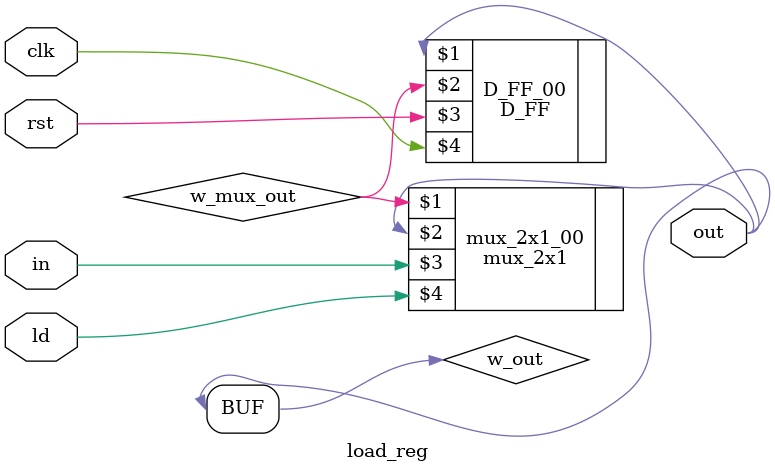
<source format=v>
`include "Mux_2x1.v"
`include "D_FF.v"
module load_reg(out, in, ld, rst, clk);
    //1-bit Load Register
    output out;
    input in, ld, rst, clk;
    wire w_mux_out, w_out;

    assign w_out = out;
    mux_2x1 mux_2x1_00(w_mux_out, w_out, in, ld);
    D_FF D_FF_00(out, w_mux_out, rst, clk);
    
endmodule
</source>
